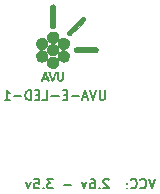
<source format=gbr>
%TF.GenerationSoftware,KiCad,Pcbnew,5.1.6*%
%TF.CreationDate,2020-09-21T04:08:01+02:00*%
%TF.ProjectId,inulox_led_bulb,696e756c-6f78-45f6-9c65-645f62756c62,rev?*%
%TF.SameCoordinates,Original*%
%TF.FileFunction,Legend,Bot*%
%TF.FilePolarity,Positive*%
%FSLAX46Y46*%
G04 Gerber Fmt 4.6, Leading zero omitted, Abs format (unit mm)*
G04 Created by KiCad (PCBNEW 5.1.6) date 2020-09-21 04:08:01*
%MOMM*%
%LPD*%
G01*
G04 APERTURE LIST*
%ADD10C,0.150000*%
%ADD11C,0.010000*%
G04 APERTURE END LIST*
D10*
X119228571Y-65561904D02*
X119228571Y-66209523D01*
X119190476Y-66285714D01*
X119152380Y-66323809D01*
X119076190Y-66361904D01*
X118923809Y-66361904D01*
X118847619Y-66323809D01*
X118809523Y-66285714D01*
X118771428Y-66209523D01*
X118771428Y-65561904D01*
X118504761Y-65561904D02*
X118238095Y-66361904D01*
X117971428Y-65561904D01*
X117742857Y-66133333D02*
X117361904Y-66133333D01*
X117819047Y-66361904D02*
X117552380Y-65561904D01*
X117285714Y-66361904D01*
X117019047Y-66057142D02*
X116409523Y-66057142D01*
X116028571Y-65942857D02*
X115761904Y-65942857D01*
X115647619Y-66361904D02*
X116028571Y-66361904D01*
X116028571Y-65561904D01*
X115647619Y-65561904D01*
X115304761Y-66057142D02*
X114695238Y-66057142D01*
X113933333Y-66361904D02*
X114314285Y-66361904D01*
X114314285Y-65561904D01*
X113666666Y-65942857D02*
X113400000Y-65942857D01*
X113285714Y-66361904D02*
X113666666Y-66361904D01*
X113666666Y-65561904D01*
X113285714Y-65561904D01*
X112942857Y-66361904D02*
X112942857Y-65561904D01*
X112752380Y-65561904D01*
X112638095Y-65600000D01*
X112561904Y-65676190D01*
X112523809Y-65752380D01*
X112485714Y-65904761D01*
X112485714Y-66019047D01*
X112523809Y-66171428D01*
X112561904Y-66247619D01*
X112638095Y-66323809D01*
X112752380Y-66361904D01*
X112942857Y-66361904D01*
X112142857Y-66057142D02*
X111533333Y-66057142D01*
X110733333Y-66361904D02*
X111190476Y-66361904D01*
X110961904Y-66361904D02*
X110961904Y-65561904D01*
X111038095Y-65676190D01*
X111114285Y-65752380D01*
X111190476Y-65790476D01*
X123485714Y-73061904D02*
X123219047Y-73861904D01*
X122952380Y-73061904D01*
X122228571Y-73785714D02*
X122266666Y-73823809D01*
X122380952Y-73861904D01*
X122457142Y-73861904D01*
X122571428Y-73823809D01*
X122647619Y-73747619D01*
X122685714Y-73671428D01*
X122723809Y-73519047D01*
X122723809Y-73404761D01*
X122685714Y-73252380D01*
X122647619Y-73176190D01*
X122571428Y-73100000D01*
X122457142Y-73061904D01*
X122380952Y-73061904D01*
X122266666Y-73100000D01*
X122228571Y-73138095D01*
X121428571Y-73785714D02*
X121466666Y-73823809D01*
X121580952Y-73861904D01*
X121657142Y-73861904D01*
X121771428Y-73823809D01*
X121847619Y-73747619D01*
X121885714Y-73671428D01*
X121923809Y-73519047D01*
X121923809Y-73404761D01*
X121885714Y-73252380D01*
X121847619Y-73176190D01*
X121771428Y-73100000D01*
X121657142Y-73061904D01*
X121580952Y-73061904D01*
X121466666Y-73100000D01*
X121428571Y-73138095D01*
X121085714Y-73785714D02*
X121047619Y-73823809D01*
X121085714Y-73861904D01*
X121123809Y-73823809D01*
X121085714Y-73785714D01*
X121085714Y-73861904D01*
X121085714Y-73366666D02*
X121047619Y-73404761D01*
X121085714Y-73442857D01*
X121123809Y-73404761D01*
X121085714Y-73366666D01*
X121085714Y-73442857D01*
X119523809Y-73138095D02*
X119485714Y-73100000D01*
X119409523Y-73061904D01*
X119219047Y-73061904D01*
X119142857Y-73100000D01*
X119104761Y-73138095D01*
X119066666Y-73214285D01*
X119066666Y-73290476D01*
X119104761Y-73404761D01*
X119561904Y-73861904D01*
X119066666Y-73861904D01*
X118723809Y-73785714D02*
X118685714Y-73823809D01*
X118723809Y-73861904D01*
X118761904Y-73823809D01*
X118723809Y-73785714D01*
X118723809Y-73861904D01*
X118000000Y-73061904D02*
X118152380Y-73061904D01*
X118228571Y-73100000D01*
X118266666Y-73138095D01*
X118342857Y-73252380D01*
X118380952Y-73404761D01*
X118380952Y-73709523D01*
X118342857Y-73785714D01*
X118304761Y-73823809D01*
X118228571Y-73861904D01*
X118076190Y-73861904D01*
X118000000Y-73823809D01*
X117961904Y-73785714D01*
X117923809Y-73709523D01*
X117923809Y-73519047D01*
X117961904Y-73442857D01*
X118000000Y-73404761D01*
X118076190Y-73366666D01*
X118228571Y-73366666D01*
X118304761Y-73404761D01*
X118342857Y-73442857D01*
X118380952Y-73519047D01*
X117657142Y-73328571D02*
X117466666Y-73861904D01*
X117276190Y-73328571D01*
X116361904Y-73557142D02*
X115752380Y-73557142D01*
X114838095Y-73061904D02*
X114342857Y-73061904D01*
X114609523Y-73366666D01*
X114495238Y-73366666D01*
X114419047Y-73404761D01*
X114380952Y-73442857D01*
X114342857Y-73519047D01*
X114342857Y-73709523D01*
X114380952Y-73785714D01*
X114419047Y-73823809D01*
X114495238Y-73861904D01*
X114723809Y-73861904D01*
X114800000Y-73823809D01*
X114838095Y-73785714D01*
X114000000Y-73785714D02*
X113961904Y-73823809D01*
X114000000Y-73861904D01*
X114038095Y-73823809D01*
X114000000Y-73785714D01*
X114000000Y-73861904D01*
X113238095Y-73061904D02*
X113619047Y-73061904D01*
X113657142Y-73442857D01*
X113619047Y-73404761D01*
X113542857Y-73366666D01*
X113352380Y-73366666D01*
X113276190Y-73404761D01*
X113238095Y-73442857D01*
X113200000Y-73519047D01*
X113200000Y-73709523D01*
X113238095Y-73785714D01*
X113276190Y-73823809D01*
X113352380Y-73861904D01*
X113542857Y-73861904D01*
X113619047Y-73823809D01*
X113657142Y-73785714D01*
X112933333Y-73328571D02*
X112742857Y-73861904D01*
X112552380Y-73328571D01*
D11*
%TO.C,G\u002A\u002A\u002A*%
G36*
X114734710Y-58285766D02*
G01*
X114659946Y-58320214D01*
X114630548Y-58346395D01*
X114583461Y-58396499D01*
X114577831Y-59249749D01*
X114576901Y-59430158D01*
X114576525Y-59599649D01*
X114576678Y-59753976D01*
X114577332Y-59888895D01*
X114578461Y-60000160D01*
X114580038Y-60083525D01*
X114582037Y-60134746D01*
X114583506Y-60148626D01*
X114618109Y-60214360D01*
X114678236Y-60263660D01*
X114750897Y-60286713D01*
X114767045Y-60287293D01*
X114827812Y-60280569D01*
X114878535Y-60266097D01*
X114880396Y-60265227D01*
X114904264Y-60252406D01*
X114924158Y-60236754D01*
X114940437Y-60214833D01*
X114953464Y-60183204D01*
X114963600Y-60138430D01*
X114971204Y-60077073D01*
X114976639Y-59995697D01*
X114980266Y-59890862D01*
X114982444Y-59759133D01*
X114983537Y-59597069D01*
X114983903Y-59401236D01*
X114983927Y-59279431D01*
X114983841Y-59076230D01*
X114983513Y-58908387D01*
X114982784Y-58772184D01*
X114981491Y-58663904D01*
X114979473Y-58579828D01*
X114976570Y-58516237D01*
X114972619Y-58469415D01*
X114967459Y-58435641D01*
X114960930Y-58411199D01*
X114952869Y-58392371D01*
X114944841Y-58378243D01*
X114886676Y-58315746D01*
X114813460Y-58284598D01*
X114734710Y-58285766D01*
G37*
X114734710Y-58285766D02*
X114659946Y-58320214D01*
X114630548Y-58346395D01*
X114583461Y-58396499D01*
X114577831Y-59249749D01*
X114576901Y-59430158D01*
X114576525Y-59599649D01*
X114576678Y-59753976D01*
X114577332Y-59888895D01*
X114578461Y-60000160D01*
X114580038Y-60083525D01*
X114582037Y-60134746D01*
X114583506Y-60148626D01*
X114618109Y-60214360D01*
X114678236Y-60263660D01*
X114750897Y-60286713D01*
X114767045Y-60287293D01*
X114827812Y-60280569D01*
X114878535Y-60266097D01*
X114880396Y-60265227D01*
X114904264Y-60252406D01*
X114924158Y-60236754D01*
X114940437Y-60214833D01*
X114953464Y-60183204D01*
X114963600Y-60138430D01*
X114971204Y-60077073D01*
X114976639Y-59995697D01*
X114980266Y-59890862D01*
X114982444Y-59759133D01*
X114983537Y-59597069D01*
X114983903Y-59401236D01*
X114983927Y-59279431D01*
X114983841Y-59076230D01*
X114983513Y-58908387D01*
X114982784Y-58772184D01*
X114981491Y-58663904D01*
X114979473Y-58579828D01*
X114976570Y-58516237D01*
X114972619Y-58469415D01*
X114967459Y-58435641D01*
X114960930Y-58411199D01*
X114952869Y-58392371D01*
X114944841Y-58378243D01*
X114886676Y-58315746D01*
X114813460Y-58284598D01*
X114734710Y-58285766D01*
G36*
X116651256Y-59960047D02*
G01*
X116522965Y-60088802D01*
X116402832Y-60210719D01*
X116293804Y-60322708D01*
X116198832Y-60421678D01*
X116120866Y-60504536D01*
X116062855Y-60568192D01*
X116027748Y-60609554D01*
X116018529Y-60623206D01*
X116005630Y-60698299D01*
X116024706Y-60768384D01*
X116068681Y-60826956D01*
X116130482Y-60867508D01*
X116203033Y-60883533D01*
X116279261Y-60868526D01*
X116283307Y-60866723D01*
X116309193Y-60847452D01*
X116359339Y-60803327D01*
X116430603Y-60737351D01*
X116519844Y-60652527D01*
X116623919Y-60551861D01*
X116739687Y-60438356D01*
X116864005Y-60315017D01*
X116942730Y-60236200D01*
X117543538Y-59632620D01*
X117543538Y-59548807D01*
X117526768Y-59461905D01*
X117479743Y-59396934D01*
X117407394Y-59358825D01*
X117345489Y-59350769D01*
X117261665Y-59350769D01*
X116651256Y-59960047D01*
G37*
X116651256Y-59960047D02*
X116522965Y-60088802D01*
X116402832Y-60210719D01*
X116293804Y-60322708D01*
X116198832Y-60421678D01*
X116120866Y-60504536D01*
X116062855Y-60568192D01*
X116027748Y-60609554D01*
X116018529Y-60623206D01*
X116005630Y-60698299D01*
X116024706Y-60768384D01*
X116068681Y-60826956D01*
X116130482Y-60867508D01*
X116203033Y-60883533D01*
X116279261Y-60868526D01*
X116283307Y-60866723D01*
X116309193Y-60847452D01*
X116359339Y-60803327D01*
X116430603Y-60737351D01*
X116519844Y-60652527D01*
X116623919Y-60551861D01*
X116739687Y-60438356D01*
X116864005Y-60315017D01*
X116942730Y-60236200D01*
X117543538Y-59632620D01*
X117543538Y-59548807D01*
X117526768Y-59461905D01*
X117479743Y-59396934D01*
X117407394Y-59358825D01*
X117345489Y-59350769D01*
X117261665Y-59350769D01*
X116651256Y-59960047D01*
G36*
X114634303Y-60602738D02*
G01*
X114624805Y-60605453D01*
X114549917Y-60642078D01*
X114470914Y-60703757D01*
X114398782Y-60779503D01*
X114344509Y-60858327D01*
X114323915Y-60906343D01*
X114302320Y-61042095D01*
X114316342Y-61172987D01*
X114363491Y-61292992D01*
X114441280Y-61396078D01*
X114547218Y-61476216D01*
X114562508Y-61484418D01*
X114654190Y-61516641D01*
X114760562Y-61531650D01*
X114864295Y-61528126D01*
X114930309Y-61512390D01*
X115051683Y-61446755D01*
X115151770Y-61350310D01*
X115193602Y-61289299D01*
X115234137Y-61187224D01*
X115250109Y-61070040D01*
X115241141Y-60952406D01*
X115206856Y-60848976D01*
X115205016Y-60845461D01*
X115125013Y-60733847D01*
X115022281Y-60651426D01*
X114902479Y-60600540D01*
X114771266Y-60583531D01*
X114634303Y-60602738D01*
G37*
X114634303Y-60602738D02*
X114624805Y-60605453D01*
X114549917Y-60642078D01*
X114470914Y-60703757D01*
X114398782Y-60779503D01*
X114344509Y-60858327D01*
X114323915Y-60906343D01*
X114302320Y-61042095D01*
X114316342Y-61172987D01*
X114363491Y-61292992D01*
X114441280Y-61396078D01*
X114547218Y-61476216D01*
X114562508Y-61484418D01*
X114654190Y-61516641D01*
X114760562Y-61531650D01*
X114864295Y-61528126D01*
X114930309Y-61512390D01*
X115051683Y-61446755D01*
X115151770Y-61350310D01*
X115193602Y-61289299D01*
X115234137Y-61187224D01*
X115250109Y-61070040D01*
X115241141Y-60952406D01*
X115206856Y-60848976D01*
X115205016Y-60845461D01*
X115125013Y-60733847D01*
X115022281Y-60651426D01*
X114902479Y-60600540D01*
X114771266Y-60583531D01*
X114634303Y-60602738D01*
G36*
X113750860Y-61124673D02*
G01*
X113633546Y-61169562D01*
X113532987Y-61242611D01*
X113454476Y-61340419D01*
X113403306Y-61459582D01*
X113388429Y-61535528D01*
X113391545Y-61664527D01*
X113428866Y-61784245D01*
X113495695Y-61889076D01*
X113587335Y-61973413D01*
X113699087Y-62031648D01*
X113826255Y-62058176D01*
X113826338Y-62058181D01*
X113897728Y-62059552D01*
X113960219Y-62055116D01*
X113987665Y-62049522D01*
X114115383Y-61989140D01*
X114216716Y-61903148D01*
X114289018Y-61796521D01*
X114329638Y-61674232D01*
X114335929Y-61541255D01*
X114315469Y-61433882D01*
X114278844Y-61358994D01*
X114217165Y-61279990D01*
X114141420Y-61207859D01*
X114062595Y-61153586D01*
X114014579Y-61132991D01*
X113879635Y-61111349D01*
X113750860Y-61124673D01*
G37*
X113750860Y-61124673D02*
X113633546Y-61169562D01*
X113532987Y-61242611D01*
X113454476Y-61340419D01*
X113403306Y-61459582D01*
X113388429Y-61535528D01*
X113391545Y-61664527D01*
X113428866Y-61784245D01*
X113495695Y-61889076D01*
X113587335Y-61973413D01*
X113699087Y-62031648D01*
X113826255Y-62058176D01*
X113826338Y-62058181D01*
X113897728Y-62059552D01*
X113960219Y-62055116D01*
X113987665Y-62049522D01*
X114115383Y-61989140D01*
X114216716Y-61903148D01*
X114289018Y-61796521D01*
X114329638Y-61674232D01*
X114335929Y-61541255D01*
X114315469Y-61433882D01*
X114278844Y-61358994D01*
X114217165Y-61279990D01*
X114141420Y-61207859D01*
X114062595Y-61153586D01*
X114014579Y-61132991D01*
X113879635Y-61111349D01*
X113750860Y-61124673D01*
G36*
X115567278Y-61126160D02*
G01*
X115454352Y-61173114D01*
X115364579Y-61242218D01*
X115280006Y-61351489D01*
X115230749Y-61475431D01*
X115217867Y-61609907D01*
X115238031Y-61735738D01*
X115273827Y-61812804D01*
X115334422Y-61893345D01*
X115408937Y-61964892D01*
X115478031Y-62010841D01*
X115583243Y-62046601D01*
X115702492Y-62059025D01*
X115817952Y-62047027D01*
X115861559Y-62034249D01*
X115962691Y-61978747D01*
X116052254Y-61895597D01*
X116119693Y-61796020D01*
X116145244Y-61732723D01*
X116166843Y-61650589D01*
X116173940Y-61586844D01*
X116166651Y-61523641D01*
X116147099Y-61449815D01*
X116093730Y-61332196D01*
X116014618Y-61237809D01*
X115916090Y-61168334D01*
X115804473Y-61125448D01*
X115686094Y-61110831D01*
X115567278Y-61126160D01*
G37*
X115567278Y-61126160D02*
X115454352Y-61173114D01*
X115364579Y-61242218D01*
X115280006Y-61351489D01*
X115230749Y-61475431D01*
X115217867Y-61609907D01*
X115238031Y-61735738D01*
X115273827Y-61812804D01*
X115334422Y-61893345D01*
X115408937Y-61964892D01*
X115478031Y-62010841D01*
X115583243Y-62046601D01*
X115702492Y-62059025D01*
X115817952Y-62047027D01*
X115861559Y-62034249D01*
X115962691Y-61978747D01*
X116052254Y-61895597D01*
X116119693Y-61796020D01*
X116145244Y-61732723D01*
X116166843Y-61650589D01*
X116173940Y-61586844D01*
X116166651Y-61523641D01*
X116147099Y-61449815D01*
X116093730Y-61332196D01*
X116014618Y-61237809D01*
X115916090Y-61168334D01*
X115804473Y-61125448D01*
X115686094Y-61110831D01*
X115567278Y-61126160D01*
G36*
X117089905Y-61913137D02*
G01*
X116970041Y-61914747D01*
X116875381Y-61917872D01*
X116802458Y-61922792D01*
X116747803Y-61929787D01*
X116707949Y-61939138D01*
X116679428Y-61951124D01*
X116658773Y-61966026D01*
X116642516Y-61984124D01*
X116634221Y-61995501D01*
X116611567Y-62055190D01*
X116607473Y-62130382D01*
X116621776Y-62202283D01*
X116636289Y-62231917D01*
X116677119Y-62272193D01*
X116727128Y-62299615D01*
X116764820Y-62305525D01*
X116840745Y-62310487D01*
X116954068Y-62314479D01*
X117103955Y-62317483D01*
X117289574Y-62319479D01*
X117510089Y-62320447D01*
X117619723Y-62320542D01*
X117822290Y-62320455D01*
X117989511Y-62320125D01*
X118125116Y-62319388D01*
X118232836Y-62318083D01*
X118316402Y-62316047D01*
X118379545Y-62313116D01*
X118425994Y-62309129D01*
X118459481Y-62303922D01*
X118483737Y-62297333D01*
X118502491Y-62289199D01*
X118516064Y-62281456D01*
X118578561Y-62223291D01*
X118609709Y-62150075D01*
X118608541Y-62071326D01*
X118574093Y-61996562D01*
X118547912Y-61967163D01*
X118497808Y-61920077D01*
X117635398Y-61914592D01*
X117419116Y-61913340D01*
X117238441Y-61912761D01*
X117089905Y-61913137D01*
G37*
X117089905Y-61913137D02*
X116970041Y-61914747D01*
X116875381Y-61917872D01*
X116802458Y-61922792D01*
X116747803Y-61929787D01*
X116707949Y-61939138D01*
X116679428Y-61951124D01*
X116658773Y-61966026D01*
X116642516Y-61984124D01*
X116634221Y-61995501D01*
X116611567Y-62055190D01*
X116607473Y-62130382D01*
X116621776Y-62202283D01*
X116636289Y-62231917D01*
X116677119Y-62272193D01*
X116727128Y-62299615D01*
X116764820Y-62305525D01*
X116840745Y-62310487D01*
X116954068Y-62314479D01*
X117103955Y-62317483D01*
X117289574Y-62319479D01*
X117510089Y-62320447D01*
X117619723Y-62320542D01*
X117822290Y-62320455D01*
X117989511Y-62320125D01*
X118125116Y-62319388D01*
X118232836Y-62318083D01*
X118316402Y-62316047D01*
X118379545Y-62313116D01*
X118425994Y-62309129D01*
X118459481Y-62303922D01*
X118483737Y-62297333D01*
X118502491Y-62289199D01*
X118516064Y-62281456D01*
X118578561Y-62223291D01*
X118609709Y-62150075D01*
X118608541Y-62071326D01*
X118574093Y-61996562D01*
X118547912Y-61967163D01*
X118497808Y-61920077D01*
X117635398Y-61914592D01*
X117419116Y-61913340D01*
X117238441Y-61912761D01*
X117089905Y-61913137D01*
G36*
X114653108Y-61656237D02*
G01*
X114582375Y-61683147D01*
X114469712Y-61753847D01*
X114386764Y-61843235D01*
X114332531Y-61945853D01*
X114306011Y-62056242D01*
X114306203Y-62168945D01*
X114332106Y-62278502D01*
X114382719Y-62379455D01*
X114457041Y-62466347D01*
X114554071Y-62533718D01*
X114672807Y-62576111D01*
X114748124Y-62586885D01*
X114838427Y-62585916D01*
X114917696Y-62571700D01*
X114930091Y-62567542D01*
X115028587Y-62521781D01*
X115103992Y-62462630D01*
X115160291Y-62395053D01*
X115223161Y-62280076D01*
X115251399Y-62162663D01*
X115248525Y-62047152D01*
X115218062Y-61937882D01*
X115163531Y-61839191D01*
X115088454Y-61755416D01*
X114996351Y-61690895D01*
X114890745Y-61649966D01*
X114775157Y-61636968D01*
X114653108Y-61656237D01*
G37*
X114653108Y-61656237D02*
X114582375Y-61683147D01*
X114469712Y-61753847D01*
X114386764Y-61843235D01*
X114332531Y-61945853D01*
X114306011Y-62056242D01*
X114306203Y-62168945D01*
X114332106Y-62278502D01*
X114382719Y-62379455D01*
X114457041Y-62466347D01*
X114554071Y-62533718D01*
X114672807Y-62576111D01*
X114748124Y-62586885D01*
X114838427Y-62585916D01*
X114917696Y-62571700D01*
X114930091Y-62567542D01*
X115028587Y-62521781D01*
X115103992Y-62462630D01*
X115160291Y-62395053D01*
X115223161Y-62280076D01*
X115251399Y-62162663D01*
X115248525Y-62047152D01*
X115218062Y-61937882D01*
X115163531Y-61839191D01*
X115088454Y-61755416D01*
X114996351Y-61690895D01*
X114890745Y-61649966D01*
X114775157Y-61636968D01*
X114653108Y-61656237D01*
G36*
X113782460Y-62174379D02*
G01*
X113670531Y-62207555D01*
X113569520Y-62266830D01*
X113485154Y-62350470D01*
X113423160Y-62456741D01*
X113389263Y-62583910D01*
X113388429Y-62590605D01*
X113392293Y-62716853D01*
X113430578Y-62838695D01*
X113498848Y-62947604D01*
X113592667Y-63035050D01*
X113632717Y-63060121D01*
X113711858Y-63091201D01*
X113807384Y-63110660D01*
X113902800Y-63116433D01*
X113981611Y-63106451D01*
X113987665Y-63104599D01*
X114111554Y-63046204D01*
X114210439Y-62963917D01*
X114282541Y-62863483D01*
X114326085Y-62750649D01*
X114339295Y-62631159D01*
X114320395Y-62510760D01*
X114267609Y-62395198D01*
X114224834Y-62337347D01*
X114126494Y-62248787D01*
X114016168Y-62193261D01*
X113899581Y-62169037D01*
X113782460Y-62174379D01*
G37*
X113782460Y-62174379D02*
X113670531Y-62207555D01*
X113569520Y-62266830D01*
X113485154Y-62350470D01*
X113423160Y-62456741D01*
X113389263Y-62583910D01*
X113388429Y-62590605D01*
X113392293Y-62716853D01*
X113430578Y-62838695D01*
X113498848Y-62947604D01*
X113592667Y-63035050D01*
X113632717Y-63060121D01*
X113711858Y-63091201D01*
X113807384Y-63110660D01*
X113902800Y-63116433D01*
X113981611Y-63106451D01*
X113987665Y-63104599D01*
X114111554Y-63046204D01*
X114210439Y-62963917D01*
X114282541Y-62863483D01*
X114326085Y-62750649D01*
X114339295Y-62631159D01*
X114320395Y-62510760D01*
X114267609Y-62395198D01*
X114224834Y-62337347D01*
X114126494Y-62248787D01*
X114016168Y-62193261D01*
X113899581Y-62169037D01*
X113782460Y-62174379D01*
G36*
X115607790Y-62173882D02*
G01*
X115492783Y-62210766D01*
X115387010Y-62280621D01*
X115359904Y-62306286D01*
X115308759Y-62365901D01*
X115265730Y-62428741D01*
X115248694Y-62461641D01*
X115225381Y-62552952D01*
X115219746Y-62661155D01*
X115232381Y-62767999D01*
X115238031Y-62790815D01*
X115273827Y-62867881D01*
X115334422Y-62948422D01*
X115408937Y-63019969D01*
X115478031Y-63065918D01*
X115571743Y-63098925D01*
X115679281Y-63114278D01*
X115783630Y-63110642D01*
X115848616Y-63095006D01*
X115968158Y-63031549D01*
X116062878Y-62942754D01*
X116129456Y-62834525D01*
X116164570Y-62712767D01*
X116164896Y-62583386D01*
X116157967Y-62545090D01*
X116112722Y-62421602D01*
X116040950Y-62320384D01*
X115948610Y-62243220D01*
X115841664Y-62191892D01*
X115726070Y-62168185D01*
X115607790Y-62173882D01*
G37*
X115607790Y-62173882D02*
X115492783Y-62210766D01*
X115387010Y-62280621D01*
X115359904Y-62306286D01*
X115308759Y-62365901D01*
X115265730Y-62428741D01*
X115248694Y-62461641D01*
X115225381Y-62552952D01*
X115219746Y-62661155D01*
X115232381Y-62767999D01*
X115238031Y-62790815D01*
X115273827Y-62867881D01*
X115334422Y-62948422D01*
X115408937Y-63019969D01*
X115478031Y-63065918D01*
X115571743Y-63098925D01*
X115679281Y-63114278D01*
X115783630Y-63110642D01*
X115848616Y-63095006D01*
X115968158Y-63031549D01*
X116062878Y-62942754D01*
X116129456Y-62834525D01*
X116164570Y-62712767D01*
X116164896Y-62583386D01*
X116157967Y-62545090D01*
X116112722Y-62421602D01*
X116040950Y-62320384D01*
X115948610Y-62243220D01*
X115841664Y-62191892D01*
X115726070Y-62168185D01*
X115607790Y-62173882D01*
G36*
X114693517Y-62702434D02*
G01*
X114580561Y-62737595D01*
X114478145Y-62801854D01*
X114392145Y-62895145D01*
X114346094Y-62975011D01*
X114307954Y-63100102D01*
X114305668Y-63226766D01*
X114336898Y-63348309D01*
X114399304Y-63458036D01*
X114490550Y-63549252D01*
X114562508Y-63594572D01*
X114636721Y-63621208D01*
X114728007Y-63638071D01*
X114819735Y-63643342D01*
X114895275Y-63635201D01*
X114905972Y-63632138D01*
X115036835Y-63572084D01*
X115136821Y-63488406D01*
X115205157Y-63382151D01*
X115241070Y-63254366D01*
X115246738Y-63170538D01*
X115240167Y-63062909D01*
X115219468Y-62983788D01*
X115210830Y-62965384D01*
X115133276Y-62854076D01*
X115036894Y-62772192D01*
X114927557Y-62719667D01*
X114811141Y-62696437D01*
X114693517Y-62702434D01*
G37*
X114693517Y-62702434D02*
X114580561Y-62737595D01*
X114478145Y-62801854D01*
X114392145Y-62895145D01*
X114346094Y-62975011D01*
X114307954Y-63100102D01*
X114305668Y-63226766D01*
X114336898Y-63348309D01*
X114399304Y-63458036D01*
X114490550Y-63549252D01*
X114562508Y-63594572D01*
X114636721Y-63621208D01*
X114728007Y-63638071D01*
X114819735Y-63643342D01*
X114895275Y-63635201D01*
X114905972Y-63632138D01*
X115036835Y-63572084D01*
X115136821Y-63488406D01*
X115205157Y-63382151D01*
X115241070Y-63254366D01*
X115246738Y-63170538D01*
X115240167Y-63062909D01*
X115219468Y-62983788D01*
X115210830Y-62965384D01*
X115133276Y-62854076D01*
X115036894Y-62772192D01*
X114927557Y-62719667D01*
X114811141Y-62696437D01*
X114693517Y-62702434D01*
G36*
X114095412Y-64008537D02*
G01*
X114079367Y-64023297D01*
X114061351Y-64053088D01*
X114038756Y-64102664D01*
X114008970Y-64176778D01*
X113969386Y-64280186D01*
X113943577Y-64348401D01*
X113902455Y-64457851D01*
X113866568Y-64554640D01*
X113838055Y-64632891D01*
X113819057Y-64686724D01*
X113811715Y-64710262D01*
X113811692Y-64710573D01*
X113828319Y-64720873D01*
X113856500Y-64723846D01*
X113889171Y-64714801D01*
X113914407Y-64681846D01*
X113931533Y-64640807D01*
X113961757Y-64557769D01*
X114129059Y-64552151D01*
X114296362Y-64546534D01*
X114330220Y-64635190D01*
X114355531Y-64690979D01*
X114380891Y-64717530D01*
X114411586Y-64723846D01*
X114445757Y-64717346D01*
X114449369Y-64693488D01*
X114448220Y-64689582D01*
X114437864Y-64660765D01*
X114415910Y-64602161D01*
X114384880Y-64520419D01*
X114360300Y-64456175D01*
X114261077Y-64456175D01*
X114243253Y-64463138D01*
X114196619Y-64468061D01*
X114134077Y-64469846D01*
X114069403Y-64467261D01*
X114023662Y-64460499D01*
X114007077Y-64451425D01*
X114013690Y-64423140D01*
X114030746Y-64370163D01*
X114054071Y-64303874D01*
X114079491Y-64235654D01*
X114102829Y-64176883D01*
X114119913Y-64138940D01*
X114124305Y-64131853D01*
X114135220Y-64143077D01*
X114155619Y-64181577D01*
X114181533Y-64237945D01*
X114208993Y-64302767D01*
X114234032Y-64366635D01*
X114252679Y-64420137D01*
X114260967Y-64453862D01*
X114261077Y-64456175D01*
X114360300Y-64456175D01*
X114347296Y-64422189D01*
X114312971Y-64333005D01*
X114268025Y-64217287D01*
X114234067Y-64133023D01*
X114208283Y-64075112D01*
X114187857Y-64038452D01*
X114169973Y-64017941D01*
X114151816Y-64008476D01*
X114132029Y-64005096D01*
X114112096Y-64004055D01*
X114095412Y-64008537D01*
G37*
X114095412Y-64008537D02*
X114079367Y-64023297D01*
X114061351Y-64053088D01*
X114038756Y-64102664D01*
X114008970Y-64176778D01*
X113969386Y-64280186D01*
X113943577Y-64348401D01*
X113902455Y-64457851D01*
X113866568Y-64554640D01*
X113838055Y-64632891D01*
X113819057Y-64686724D01*
X113811715Y-64710262D01*
X113811692Y-64710573D01*
X113828319Y-64720873D01*
X113856500Y-64723846D01*
X113889171Y-64714801D01*
X113914407Y-64681846D01*
X113931533Y-64640807D01*
X113961757Y-64557769D01*
X114129059Y-64552151D01*
X114296362Y-64546534D01*
X114330220Y-64635190D01*
X114355531Y-64690979D01*
X114380891Y-64717530D01*
X114411586Y-64723846D01*
X114445757Y-64717346D01*
X114449369Y-64693488D01*
X114448220Y-64689582D01*
X114437864Y-64660765D01*
X114415910Y-64602161D01*
X114384880Y-64520419D01*
X114360300Y-64456175D01*
X114261077Y-64456175D01*
X114243253Y-64463138D01*
X114196619Y-64468061D01*
X114134077Y-64469846D01*
X114069403Y-64467261D01*
X114023662Y-64460499D01*
X114007077Y-64451425D01*
X114013690Y-64423140D01*
X114030746Y-64370163D01*
X114054071Y-64303874D01*
X114079491Y-64235654D01*
X114102829Y-64176883D01*
X114119913Y-64138940D01*
X114124305Y-64131853D01*
X114135220Y-64143077D01*
X114155619Y-64181577D01*
X114181533Y-64237945D01*
X114208993Y-64302767D01*
X114234032Y-64366635D01*
X114252679Y-64420137D01*
X114260967Y-64453862D01*
X114261077Y-64456175D01*
X114360300Y-64456175D01*
X114347296Y-64422189D01*
X114312971Y-64333005D01*
X114268025Y-64217287D01*
X114234067Y-64133023D01*
X114208283Y-64075112D01*
X114187857Y-64038452D01*
X114169973Y-64017941D01*
X114151816Y-64008476D01*
X114132029Y-64005096D01*
X114112096Y-64004055D01*
X114095412Y-64008537D01*
G36*
X114446528Y-64006429D02*
G01*
X114436543Y-64015577D01*
X114443008Y-64037648D01*
X114461228Y-64090313D01*
X114489067Y-64167641D01*
X114524388Y-64263700D01*
X114565055Y-64372560D01*
X114566741Y-64377038D01*
X114612396Y-64497676D01*
X114647055Y-64586527D01*
X114673305Y-64648441D01*
X114693730Y-64688271D01*
X114710918Y-64710869D01*
X114727454Y-64721088D01*
X114745925Y-64723780D01*
X114751583Y-64723846D01*
X114794256Y-64719125D01*
X114814749Y-64709192D01*
X114824187Y-64687184D01*
X114844486Y-64636080D01*
X114873001Y-64562824D01*
X114907086Y-64474362D01*
X114944095Y-64377640D01*
X114981382Y-64279602D01*
X115016300Y-64187195D01*
X115046204Y-64107362D01*
X115068448Y-64047051D01*
X115080386Y-64013206D01*
X115081692Y-64008500D01*
X115064970Y-64002723D01*
X115034554Y-64000923D01*
X115007634Y-64006065D01*
X114985514Y-64026602D01*
X114962556Y-64070195D01*
X114937526Y-64132807D01*
X114906609Y-64214560D01*
X114868829Y-64314499D01*
X114831130Y-64414255D01*
X114821847Y-64438823D01*
X114756059Y-64612954D01*
X114676815Y-64408480D01*
X114640195Y-64313199D01*
X114604766Y-64219653D01*
X114575410Y-64140803D01*
X114561507Y-64102464D01*
X114536650Y-64041599D01*
X114513483Y-64010568D01*
X114485401Y-64001021D01*
X114481183Y-64000923D01*
X114446528Y-64006429D01*
G37*
X114446528Y-64006429D02*
X114436543Y-64015577D01*
X114443008Y-64037648D01*
X114461228Y-64090313D01*
X114489067Y-64167641D01*
X114524388Y-64263700D01*
X114565055Y-64372560D01*
X114566741Y-64377038D01*
X114612396Y-64497676D01*
X114647055Y-64586527D01*
X114673305Y-64648441D01*
X114693730Y-64688271D01*
X114710918Y-64710869D01*
X114727454Y-64721088D01*
X114745925Y-64723780D01*
X114751583Y-64723846D01*
X114794256Y-64719125D01*
X114814749Y-64709192D01*
X114824187Y-64687184D01*
X114844486Y-64636080D01*
X114873001Y-64562824D01*
X114907086Y-64474362D01*
X114944095Y-64377640D01*
X114981382Y-64279602D01*
X115016300Y-64187195D01*
X115046204Y-64107362D01*
X115068448Y-64047051D01*
X115080386Y-64013206D01*
X115081692Y-64008500D01*
X115064970Y-64002723D01*
X115034554Y-64000923D01*
X115007634Y-64006065D01*
X114985514Y-64026602D01*
X114962556Y-64070195D01*
X114937526Y-64132807D01*
X114906609Y-64214560D01*
X114868829Y-64314499D01*
X114831130Y-64414255D01*
X114821847Y-64438823D01*
X114756059Y-64612954D01*
X114676815Y-64408480D01*
X114640195Y-64313199D01*
X114604766Y-64219653D01*
X114575410Y-64140803D01*
X114561507Y-64102464D01*
X114536650Y-64041599D01*
X114513483Y-64010568D01*
X114485401Y-64001021D01*
X114481183Y-64000923D01*
X114446528Y-64006429D01*
G36*
X115566677Y-64293357D02*
G01*
X115563059Y-64420571D01*
X115556829Y-64513927D01*
X115545502Y-64578641D01*
X115526594Y-64619934D01*
X115497622Y-64643021D01*
X115456101Y-64653122D01*
X115399548Y-64655454D01*
X115394307Y-64655461D01*
X115336446Y-64653525D01*
X115293816Y-64644236D01*
X115263933Y-64622378D01*
X115244312Y-64582732D01*
X115232471Y-64520080D01*
X115225924Y-64429204D01*
X115222190Y-64304886D01*
X115221938Y-64293357D01*
X115215646Y-64000923D01*
X115120769Y-64000923D01*
X115120842Y-64279346D01*
X115121473Y-64392475D01*
X115123874Y-64474059D01*
X115128912Y-64531617D01*
X115137452Y-64572671D01*
X115150361Y-64604741D01*
X115160347Y-64622445D01*
X115221451Y-64687527D01*
X115304749Y-64728155D01*
X115400005Y-64741678D01*
X115496984Y-64725444D01*
X115521307Y-64715981D01*
X115569787Y-64692224D01*
X115605337Y-64665919D01*
X115630121Y-64630805D01*
X115646301Y-64580620D01*
X115656039Y-64509103D01*
X115661497Y-64409990D01*
X115664337Y-64301778D01*
X115670597Y-64000923D01*
X115572969Y-64000923D01*
X115566677Y-64293357D01*
G37*
X115566677Y-64293357D02*
X115563059Y-64420571D01*
X115556829Y-64513927D01*
X115545502Y-64578641D01*
X115526594Y-64619934D01*
X115497622Y-64643021D01*
X115456101Y-64653122D01*
X115399548Y-64655454D01*
X115394307Y-64655461D01*
X115336446Y-64653525D01*
X115293816Y-64644236D01*
X115263933Y-64622378D01*
X115244312Y-64582732D01*
X115232471Y-64520080D01*
X115225924Y-64429204D01*
X115222190Y-64304886D01*
X115221938Y-64293357D01*
X115215646Y-64000923D01*
X115120769Y-64000923D01*
X115120842Y-64279346D01*
X115121473Y-64392475D01*
X115123874Y-64474059D01*
X115128912Y-64531617D01*
X115137452Y-64572671D01*
X115150361Y-64604741D01*
X115160347Y-64622445D01*
X115221451Y-64687527D01*
X115304749Y-64728155D01*
X115400005Y-64741678D01*
X115496984Y-64725444D01*
X115521307Y-64715981D01*
X115569787Y-64692224D01*
X115605337Y-64665919D01*
X115630121Y-64630805D01*
X115646301Y-64580620D01*
X115656039Y-64509103D01*
X115661497Y-64409990D01*
X115664337Y-64301778D01*
X115670597Y-64000923D01*
X115572969Y-64000923D01*
X115566677Y-64293357D01*
%TD*%
M02*

</source>
